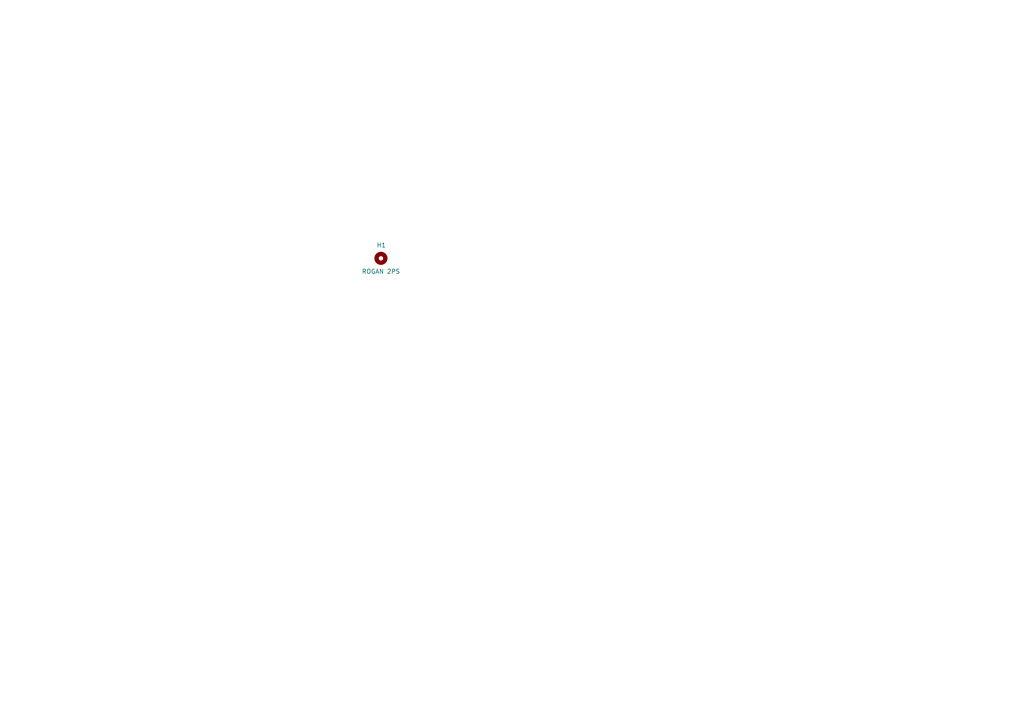
<source format=kicad_sch>
(kicad_sch (version 20211123) (generator eeschema)
  (paper "A4")
  (lib_symbols
    (symbol "Mechanical:MountingHole" (pin_names (offset 1.016))
      (property "Reference" "H" (at 0 5.08 0))
      (property "Value" "MountingHole" (at 0 3.175 0))
      (symbol "MountingHole_0_1"
        (circle (center 0 0) (radius 1.27) (stroke (width 1.27)))
      )
    )
  )
  (symbol (lib_id "Mechanical:MountingHole") (at 110.49 74.93 90) (mirror x) (unit 1)
    (property "Reference" "H1" (at 109.22 71.12 90) (effects (justify right)))
    (property "Value" "ROGAN 2PS" (at 110.49 78.74 90))
    (property "Footprint" "Empty:Empty" (effects hide))
    (property "Device" "Knob" (effects hide))
    (property "Description" "2PS - Medium Pointer (D Shaft) - Rogan PT Plastic Knob" (effects hide))
    (property "Place" "No" (effects hide))
    (property "Dist" "Thonk" (effects hide))
    (property "DistLink" "https://www.thonk.co.uk/shop/make-noise-mutable-style-knobs/" (effects hide))
    (property "Simulator" "erb::AlphaPot <erb::Rogan2Ps>" (effects hide))
  )
)
</source>
